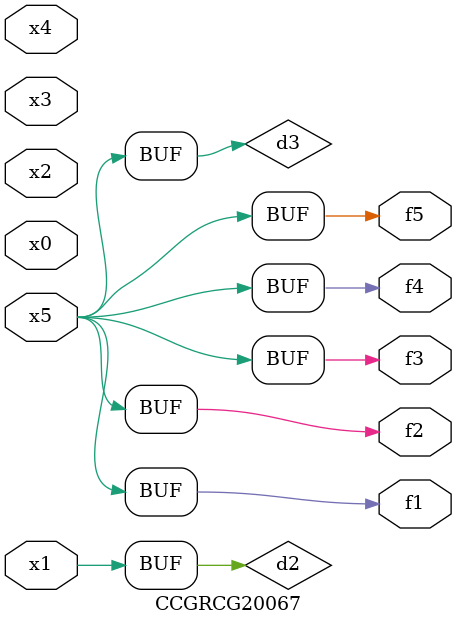
<source format=v>
module CCGRCG20067(
	input x0, x1, x2, x3, x4, x5,
	output f1, f2, f3, f4, f5
);

	wire d1, d2, d3;

	not (d1, x5);
	or (d2, x1);
	xnor (d3, d1);
	assign f1 = d3;
	assign f2 = d3;
	assign f3 = d3;
	assign f4 = d3;
	assign f5 = d3;
endmodule

</source>
